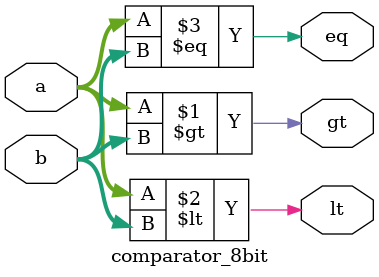
<source format=v>

module comparator_8bit(input [7:0] a, b, output gt, lt, eq);
  assign gt = (a > b);
  assign lt = (a < b);
  assign eq = (a == b);
endmodule




</source>
